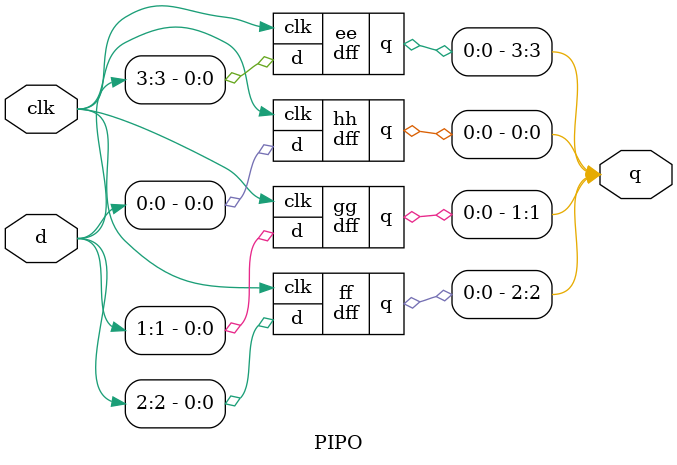
<source format=v>
`timescale 1ns / 1ps

module dff(d,clk,q);
    input d,clk;
    output q;
    reg q=0;
    always @ (posedge clk)
    begin
    q<=d;
    end
endmodule 

module PIPO(d,clk,q);
    input [3:0] d;
    input clk;
    output [3:0]q;
    dff ee(d[3], clk, q[3]);
    dff ff(d[2], clk, q[2]);
    dff gg(d[1], clk, q[1]);
    dff hh(d[0], clk, q[0]);
endmodule
</source>
